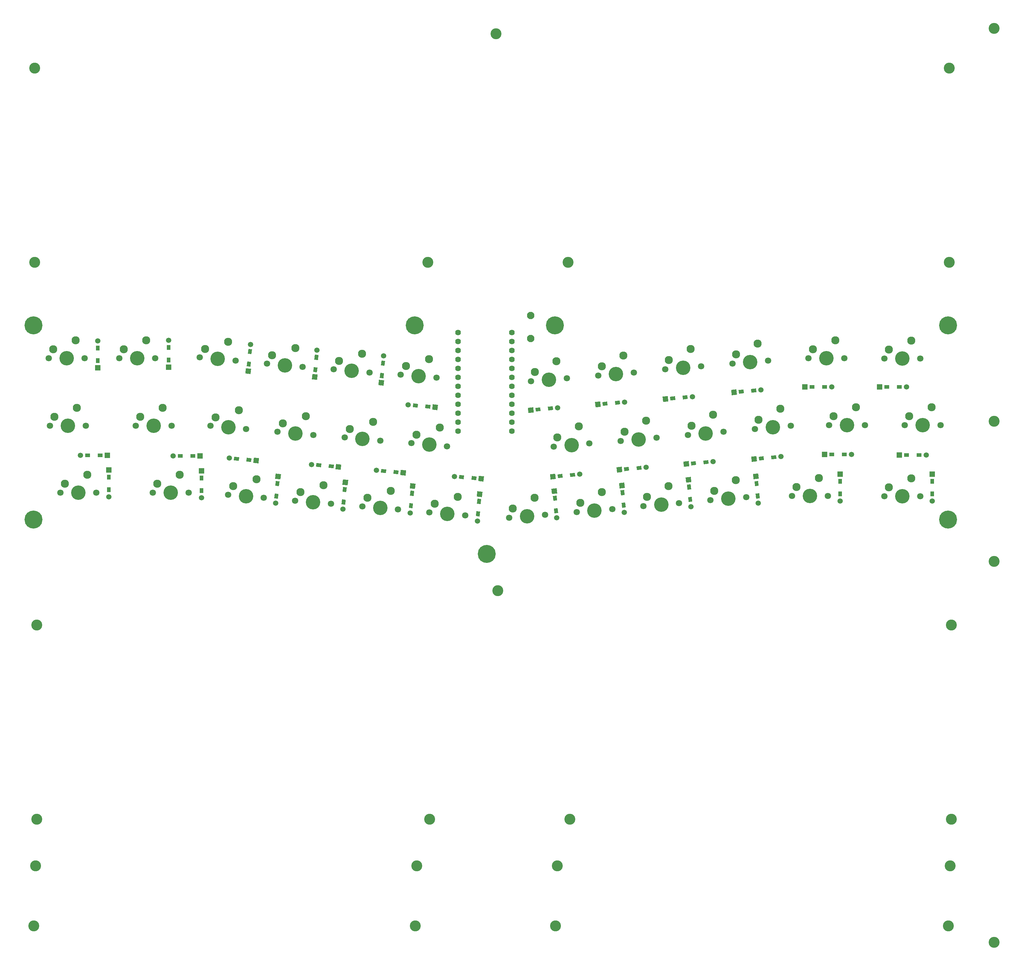
<source format=gts>
%TF.GenerationSoftware,KiCad,Pcbnew,(5.1.6-0-10_14)*%
%TF.CreationDate,2020-09-01T22:17:50+09:00*%
%TF.ProjectId,cool836,636f6f6c-3833-4362-9e6b-696361645f70,rev?*%
%TF.SameCoordinates,Original*%
%TF.FileFunction,Soldermask,Top*%
%TF.FilePolarity,Negative*%
%FSLAX46Y46*%
G04 Gerber Fmt 4.6, Leading zero omitted, Abs format (unit mm)*
G04 Created by KiCad (PCBNEW (5.1.6-0-10_14)) date 2020-09-01 22:17:50*
%MOMM*%
%LPD*%
G01*
G04 APERTURE LIST*
%ADD10C,3.100000*%
%ADD11C,5.100000*%
%ADD12C,1.624000*%
%ADD13C,1.800000*%
%ADD14C,4.100000*%
%ADD15C,2.300000*%
%ADD16R,1.050000X1.400000*%
%ADD17C,1.497000*%
%ADD18R,1.497000X1.497000*%
%ADD19C,0.100000*%
%ADD20R,1.400000X1.050000*%
%ADD21C,2.100000*%
G04 APERTURE END LIST*
D10*
%TO.C,REF\u002A\u002A*%
X198000000Y-81125000D03*
%TD*%
%TO.C,REF\u002A\u002A*%
X309275000Y-81125000D03*
%TD*%
%TO.C,REF\u002A\u002A*%
X158275000Y-81125000D03*
%TD*%
%TO.C,REF\u002A\u002A*%
X50275000Y-81125000D03*
%TD*%
%TO.C,REF\u002A\u002A*%
X322175000Y61950000D03*
%TD*%
%TO.C,REF\u002A\u002A*%
X322175000Y173225000D03*
%TD*%
%TO.C,REF\u002A\u002A*%
X322175000Y22225000D03*
%TD*%
%TO.C,REF\u002A\u002A*%
X322175000Y-85775000D03*
%TD*%
%TO.C,REF\u002A\u002A*%
X158725000Y-64100000D03*
%TD*%
%TO.C,REF\u002A\u002A*%
X50725000Y-64100000D03*
%TD*%
%TO.C,REF\u002A\u002A*%
X309725000Y-64100000D03*
%TD*%
%TO.C,REF\u002A\u002A*%
X198450000Y-64100000D03*
%TD*%
%TO.C,REF\u002A\u002A*%
X51050000Y4125000D03*
%TD*%
%TO.C,REF\u002A\u002A*%
X51050000Y-50875000D03*
%TD*%
%TO.C,REF\u002A\u002A*%
X202050000Y-50875000D03*
%TD*%
%TO.C,REF\u002A\u002A*%
X162325000Y-50875000D03*
%TD*%
%TO.C,REF\u002A\u002A*%
X181650000Y13885000D03*
%TD*%
%TO.C,REF\u002A\u002A*%
X310050000Y4125000D03*
%TD*%
%TO.C,REF\u002A\u002A*%
X310050000Y-50875000D03*
%TD*%
%TO.C,REF\u002A\u002A*%
X309525000Y106950000D03*
%TD*%
%TO.C,REF\u002A\u002A*%
X309525000Y161950000D03*
%TD*%
%TO.C,REF\u002A\u002A*%
X181125000Y171710000D03*
%TD*%
%TO.C,REF\u002A\u002A*%
X201525000Y106950000D03*
%TD*%
%TO.C,REF\u002A\u002A*%
X161800000Y106950000D03*
%TD*%
%TO.C,REF\u002A\u002A*%
X50525000Y106950000D03*
%TD*%
%TO.C,REF\u002A\u002A*%
X50525000Y161950000D03*
%TD*%
D11*
%TO.C,REF\u002A\u002A*%
X197850000Y89075000D03*
%TD*%
D12*
%TO.C,U1*%
X170413600Y87053000D03*
X170413600Y84513000D03*
X170413600Y81973000D03*
X170413600Y79433000D03*
X170413600Y76893000D03*
X170413600Y74353000D03*
X170413600Y71813000D03*
X170413600Y69273000D03*
X170413600Y66733000D03*
X170413600Y64193000D03*
X170413600Y61653000D03*
X170413600Y59113000D03*
X185633600Y59113000D03*
X185633600Y61653000D03*
X185633600Y64193000D03*
X185633600Y66733000D03*
X185633600Y69273000D03*
X185633600Y71813000D03*
X185633600Y74353000D03*
X185633600Y76893000D03*
X185633600Y79433000D03*
X185633600Y81973000D03*
X185633600Y84513000D03*
X185633600Y87053000D03*
%TD*%
D11*
%TO.C,REF\u002A\u002A*%
X178525000Y24325000D03*
%TD*%
%TO.C,REF\u002A\u002A*%
X50125000Y34075000D03*
%TD*%
%TO.C,REF\u002A\u002A*%
X50125000Y89075000D03*
%TD*%
%TO.C,REF\u002A\u002A*%
X158125000Y89075000D03*
%TD*%
%TO.C,REF\u002A\u002A*%
X309125000Y34075000D03*
%TD*%
%TO.C,REF\u002A\u002A*%
X309125000Y89075000D03*
%TD*%
D13*
%TO.C,SW1*%
X64605000Y79775000D03*
X54445000Y79775000D03*
D14*
X59525000Y79775000D03*
D15*
X55715000Y82315000D03*
X62065000Y84855000D03*
%TD*%
%TO.C,SW7*%
X62465000Y65755000D03*
X56115000Y63215000D03*
D14*
X59925000Y60675000D03*
D13*
X54845000Y60675000D03*
X65005000Y60675000D03*
%TD*%
D16*
%TO.C,D1*%
X68325000Y82675000D03*
D17*
X68325000Y84710000D03*
D18*
X68325000Y77090000D03*
D16*
X68325000Y79125000D03*
%TD*%
%TO.C,D2*%
X88400000Y82825000D03*
D17*
X88400000Y84860000D03*
D18*
X88400000Y77240000D03*
D16*
X88400000Y79275000D03*
%TD*%
D19*
%TO.C,D3*%
G36*
X111916694Y80925153D02*
G01*
X110870690Y81016666D01*
X110992708Y82411339D01*
X112038712Y82319826D01*
X111916694Y80925153D01*
G37*
D17*
X111632063Y83695502D03*
D19*
G36*
X111648353Y75293610D02*
G01*
X110157049Y75424082D01*
X110287521Y76915386D01*
X111778825Y76784914D01*
X111648353Y75293610D01*
G37*
G36*
X111607292Y77388661D02*
G01*
X110561288Y77480174D01*
X110683306Y78874847D01*
X111729310Y78783334D01*
X111607292Y77388661D01*
G37*
%TD*%
%TO.C,D4*%
G36*
X130741694Y79300153D02*
G01*
X129695690Y79391666D01*
X129817708Y80786339D01*
X130863712Y80694826D01*
X130741694Y79300153D01*
G37*
D17*
X130457063Y82070502D03*
D19*
G36*
X130473353Y73668610D02*
G01*
X128982049Y73799082D01*
X129112521Y75290386D01*
X130603825Y75159914D01*
X130473353Y73668610D01*
G37*
G36*
X130432292Y75763661D02*
G01*
X129386288Y75855174D01*
X129508306Y77249847D01*
X130554310Y77158334D01*
X130432292Y75763661D01*
G37*
%TD*%
%TO.C,D5*%
G36*
X149591694Y77650153D02*
G01*
X148545690Y77741666D01*
X148667708Y79136339D01*
X149713712Y79044826D01*
X149591694Y77650153D01*
G37*
D17*
X149307063Y80420502D03*
D19*
G36*
X149323353Y72018610D02*
G01*
X147832049Y72149082D01*
X147962521Y73640386D01*
X149453825Y73509914D01*
X149323353Y72018610D01*
G37*
G36*
X149282292Y74113661D02*
G01*
X148236288Y74205174D01*
X148358306Y75599847D01*
X149404310Y75508334D01*
X149282292Y74113661D01*
G37*
%TD*%
%TO.C,D6*%
G36*
X159049847Y66841694D02*
G01*
X158958334Y65795690D01*
X157563661Y65917708D01*
X157655174Y66963712D01*
X159049847Y66841694D01*
G37*
D17*
X156279498Y66557063D03*
D19*
G36*
X164681390Y66573353D02*
G01*
X164550918Y65082049D01*
X163059614Y65212521D01*
X163190086Y66703825D01*
X164681390Y66573353D01*
G37*
G36*
X162586339Y66532292D02*
G01*
X162494826Y65486288D01*
X161100153Y65608306D01*
X161191666Y66654310D01*
X162586339Y66532292D01*
G37*
%TD*%
D20*
%TO.C,D7*%
X69000000Y52275000D03*
D18*
X71035000Y52275000D03*
D17*
X63415000Y52275000D03*
D20*
X65450000Y52275000D03*
%TD*%
%TO.C,D8*%
X95275000Y52100000D03*
D18*
X97310000Y52100000D03*
D17*
X89690000Y52100000D03*
D20*
X91725000Y52100000D03*
%TD*%
D19*
%TO.C,D9*%
G36*
X111911339Y51432292D02*
G01*
X111819826Y50386288D01*
X110425153Y50508306D01*
X110516666Y51554310D01*
X111911339Y51432292D01*
G37*
G36*
X114006390Y51473353D02*
G01*
X113875918Y49982049D01*
X112384614Y50112521D01*
X112515086Y51603825D01*
X114006390Y51473353D01*
G37*
D17*
X105604498Y51457063D03*
D19*
G36*
X108374847Y51741694D02*
G01*
X108283334Y50695690D01*
X106888661Y50817708D01*
X106980174Y51863712D01*
X108374847Y51741694D01*
G37*
%TD*%
%TO.C,D10*%
G36*
X135211339Y49632292D02*
G01*
X135119826Y48586288D01*
X133725153Y48708306D01*
X133816666Y49754310D01*
X135211339Y49632292D01*
G37*
G36*
X137306390Y49673353D02*
G01*
X137175918Y48182049D01*
X135684614Y48312521D01*
X135815086Y49803825D01*
X137306390Y49673353D01*
G37*
D17*
X128904498Y49657063D03*
D19*
G36*
X131674847Y49941694D02*
G01*
X131583334Y48895690D01*
X130188661Y49017708D01*
X130280174Y50063712D01*
X131674847Y49941694D01*
G37*
%TD*%
%TO.C,D11*%
G36*
X153561339Y47957292D02*
G01*
X153469826Y46911288D01*
X152075153Y47033306D01*
X152166666Y48079310D01*
X153561339Y47957292D01*
G37*
G36*
X155656390Y47998353D02*
G01*
X155525918Y46507049D01*
X154034614Y46637521D01*
X154165086Y48128825D01*
X155656390Y47998353D01*
G37*
D17*
X147254498Y47982063D03*
D19*
G36*
X150024847Y48266694D02*
G01*
X149933334Y47220690D01*
X148538661Y47342708D01*
X148630174Y48388712D01*
X150024847Y48266694D01*
G37*
%TD*%
%TO.C,D12*%
G36*
X172099847Y46566694D02*
G01*
X172008334Y45520690D01*
X170613661Y45642708D01*
X170705174Y46688712D01*
X172099847Y46566694D01*
G37*
D17*
X169329498Y46282063D03*
D19*
G36*
X177731390Y46298353D02*
G01*
X177600918Y44807049D01*
X176109614Y44937521D01*
X176240086Y46428825D01*
X177731390Y46298353D01*
G37*
G36*
X175636339Y46257292D02*
G01*
X175544826Y45211288D01*
X174150153Y45333306D01*
X174241666Y46379310D01*
X175636339Y46257292D01*
G37*
%TD*%
D16*
%TO.C,D13*%
X71450000Y42550000D03*
D17*
X71450000Y40515000D03*
D18*
X71450000Y48135000D03*
D16*
X71450000Y46100000D03*
%TD*%
%TO.C,D14*%
X97700000Y42250000D03*
D17*
X97700000Y40215000D03*
D18*
X97700000Y47835000D03*
D16*
X97700000Y45800000D03*
%TD*%
D19*
%TO.C,D15*%
G36*
X118458306Y41449847D02*
G01*
X119504310Y41358334D01*
X119382292Y39963661D01*
X118336288Y40055174D01*
X118458306Y41449847D01*
G37*
D17*
X118742937Y38679498D03*
D19*
G36*
X118726647Y47081390D02*
G01*
X120217951Y46950918D01*
X120087479Y45459614D01*
X118596175Y45590086D01*
X118726647Y47081390D01*
G37*
G36*
X118767708Y44986339D02*
G01*
X119813712Y44894826D01*
X119691694Y43500153D01*
X118645690Y43591666D01*
X118767708Y44986339D01*
G37*
%TD*%
%TO.C,D16*%
G36*
X137508306Y39774847D02*
G01*
X138554310Y39683334D01*
X138432292Y38288661D01*
X137386288Y38380174D01*
X137508306Y39774847D01*
G37*
D17*
X137792937Y37004498D03*
D19*
G36*
X137776647Y45406390D02*
G01*
X139267951Y45275918D01*
X139137479Y43784614D01*
X137646175Y43915086D01*
X137776647Y45406390D01*
G37*
G36*
X137817708Y43311339D02*
G01*
X138863712Y43219826D01*
X138741694Y41825153D01*
X137695690Y41916666D01*
X137817708Y43311339D01*
G37*
%TD*%
%TO.C,D17*%
G36*
X156583306Y38724847D02*
G01*
X157629310Y38633334D01*
X157507292Y37238661D01*
X156461288Y37330174D01*
X156583306Y38724847D01*
G37*
D17*
X156867937Y35954498D03*
D19*
G36*
X156851647Y44356390D02*
G01*
X158342951Y44225918D01*
X158212479Y42734614D01*
X156721175Y42865086D01*
X156851647Y44356390D01*
G37*
G36*
X156892708Y42261339D02*
G01*
X157938712Y42169826D01*
X157816694Y40775153D01*
X156770690Y40866666D01*
X156892708Y42261339D01*
G37*
%TD*%
%TO.C,D18*%
G36*
X175867708Y39961339D02*
G01*
X176913712Y39869826D01*
X176791694Y38475153D01*
X175745690Y38566666D01*
X175867708Y39961339D01*
G37*
G36*
X175826647Y42056390D02*
G01*
X177317951Y41925918D01*
X177187479Y40434614D01*
X175696175Y40565086D01*
X175826647Y42056390D01*
G37*
D17*
X175842937Y33654498D03*
D19*
G36*
X175558306Y36424847D02*
G01*
X176604310Y36333334D01*
X176482292Y34938661D01*
X175436288Y35030174D01*
X175558306Y36424847D01*
G37*
%TD*%
%TO.C,D19*%
G36*
X192373420Y64665989D02*
G01*
X192281907Y65711993D01*
X193676580Y65834011D01*
X193768093Y64788007D01*
X192373420Y64665989D01*
G37*
G36*
X190317328Y64261750D02*
G01*
X190186856Y65753054D01*
X191678160Y65883526D01*
X191808632Y64392222D01*
X190317328Y64261750D01*
G37*
D17*
X198588748Y65736764D03*
D19*
G36*
X195909912Y64975391D02*
G01*
X195818399Y66021395D01*
X197213072Y66143413D01*
X197304585Y65097409D01*
X195909912Y64975391D01*
G37*
%TD*%
%TO.C,D20*%
G36*
X211355174Y66286288D02*
G01*
X211263661Y67332292D01*
X212658334Y67454310D01*
X212749847Y66408306D01*
X211355174Y66286288D01*
G37*
G36*
X209299082Y65882049D02*
G01*
X209168610Y67373353D01*
X210659914Y67503825D01*
X210790386Y66012521D01*
X209299082Y65882049D01*
G37*
D17*
X217570502Y67357063D03*
D19*
G36*
X214891666Y66595690D02*
G01*
X214800153Y67641694D01*
X216194826Y67763712D01*
X216286339Y66717708D01*
X214891666Y66595690D01*
G37*
%TD*%
%TO.C,D21*%
G36*
X230505174Y67811288D02*
G01*
X230413661Y68857292D01*
X231808334Y68979310D01*
X231899847Y67933306D01*
X230505174Y67811288D01*
G37*
G36*
X228449082Y67407049D02*
G01*
X228318610Y68898353D01*
X229809914Y69028825D01*
X229940386Y67537521D01*
X228449082Y67407049D01*
G37*
D17*
X236720502Y68882063D03*
D19*
G36*
X234041666Y68120690D02*
G01*
X233950153Y69166694D01*
X235344826Y69288712D01*
X235436339Y68242708D01*
X234041666Y68120690D01*
G37*
%TD*%
%TO.C,D22*%
G36*
X249930174Y69711288D02*
G01*
X249838661Y70757292D01*
X251233334Y70879310D01*
X251324847Y69833306D01*
X249930174Y69711288D01*
G37*
G36*
X247874082Y69307049D02*
G01*
X247743610Y70798353D01*
X249234914Y70928825D01*
X249365386Y69437521D01*
X247874082Y69307049D01*
G37*
D17*
X256145502Y70782063D03*
D19*
G36*
X253466666Y70020690D02*
G01*
X253375153Y71066694D01*
X254769826Y71188712D01*
X254861339Y70142708D01*
X253466666Y70020690D01*
G37*
%TD*%
D20*
%TO.C,D23*%
X270650000Y71625000D03*
D18*
X268615000Y71625000D03*
D17*
X276235000Y71625000D03*
D20*
X274200000Y71625000D03*
%TD*%
%TO.C,D24*%
X295350000Y71625000D03*
D17*
X297385000Y71625000D03*
D18*
X289765000Y71625000D03*
D20*
X291800000Y71625000D03*
%TD*%
D19*
%TO.C,D25*%
G36*
X202166666Y46120690D02*
G01*
X202075153Y47166694D01*
X203469826Y47288712D01*
X203561339Y46242708D01*
X202166666Y46120690D01*
G37*
D17*
X204845502Y46882063D03*
D19*
G36*
X196574082Y45407049D02*
G01*
X196443610Y46898353D01*
X197934914Y47028825D01*
X198065386Y45537521D01*
X196574082Y45407049D01*
G37*
G36*
X198630174Y45811288D02*
G01*
X198538661Y46857292D01*
X199933334Y46979310D01*
X200024847Y45933306D01*
X198630174Y45811288D01*
G37*
%TD*%
%TO.C,D26*%
G36*
X220984912Y48100391D02*
G01*
X220893399Y49146395D01*
X222288072Y49268413D01*
X222379585Y48222409D01*
X220984912Y48100391D01*
G37*
D17*
X223663748Y48861764D03*
D19*
G36*
X215392328Y47386750D02*
G01*
X215261856Y48878054D01*
X216753160Y49008526D01*
X216883632Y47517222D01*
X215392328Y47386750D01*
G37*
G36*
X217448420Y47790989D02*
G01*
X217356907Y48836993D01*
X218751580Y48959011D01*
X218843093Y47913007D01*
X217448420Y47790989D01*
G37*
%TD*%
%TO.C,D27*%
G36*
X239934912Y49725391D02*
G01*
X239843399Y50771395D01*
X241238072Y50893413D01*
X241329585Y49847409D01*
X239934912Y49725391D01*
G37*
D17*
X242613748Y50486764D03*
D19*
G36*
X234342328Y49011750D02*
G01*
X234211856Y50503054D01*
X235703160Y50633526D01*
X235833632Y49142222D01*
X234342328Y49011750D01*
G37*
G36*
X236398420Y49415989D02*
G01*
X236306907Y50461993D01*
X237701580Y50584011D01*
X237793093Y49538007D01*
X236398420Y49415989D01*
G37*
%TD*%
%TO.C,D28*%
G36*
X259141666Y51120690D02*
G01*
X259050153Y52166694D01*
X260444826Y52288712D01*
X260536339Y51242708D01*
X259141666Y51120690D01*
G37*
D17*
X261820502Y51882063D03*
D19*
G36*
X253549082Y50407049D02*
G01*
X253418610Y51898353D01*
X254909914Y52028825D01*
X255040386Y50537521D01*
X253549082Y50407049D01*
G37*
G36*
X255605174Y50811288D02*
G01*
X255513661Y51857292D01*
X256908334Y51979310D01*
X256999847Y50933306D01*
X255605174Y50811288D01*
G37*
%TD*%
D20*
%TO.C,D29*%
X279750000Y52550000D03*
D17*
X281785000Y52550000D03*
D18*
X274165000Y52550000D03*
D20*
X276200000Y52550000D03*
%TD*%
%TO.C,D30*%
X297375000Y52325000D03*
D18*
X295340000Y52325000D03*
D17*
X302960000Y52325000D03*
D20*
X300925000Y52325000D03*
%TD*%
D19*
%TO.C,D31*%
G36*
X197236288Y40744826D02*
G01*
X198282292Y40836339D01*
X198404310Y39441666D01*
X197358306Y39350153D01*
X197236288Y40744826D01*
G37*
G36*
X196832049Y42800918D02*
G01*
X198323353Y42931390D01*
X198453825Y41440086D01*
X196962521Y41309614D01*
X196832049Y42800918D01*
G37*
D17*
X198307063Y34529498D03*
D19*
G36*
X197545690Y37208334D02*
G01*
X198591694Y37299847D01*
X198713712Y35905174D01*
X197667708Y35813661D01*
X197545690Y37208334D01*
G37*
%TD*%
%TO.C,D32*%
G36*
X216390989Y42326580D02*
G01*
X217436993Y42418093D01*
X217559011Y41023420D01*
X216513007Y40931907D01*
X216390989Y42326580D01*
G37*
G36*
X215986750Y44382672D02*
G01*
X217478054Y44513144D01*
X217608526Y43021840D01*
X216117222Y42891368D01*
X215986750Y44382672D01*
G37*
D17*
X217461764Y36111252D03*
D19*
G36*
X216700391Y38790088D02*
G01*
X217746395Y38881601D01*
X217868413Y37486928D01*
X216822409Y37395415D01*
X216700391Y38790088D01*
G37*
%TD*%
%TO.C,D33*%
G36*
X235236288Y43944826D02*
G01*
X236282292Y44036339D01*
X236404310Y42641666D01*
X235358306Y42550153D01*
X235236288Y43944826D01*
G37*
G36*
X234832049Y46000918D02*
G01*
X236323353Y46131390D01*
X236453825Y44640086D01*
X234962521Y44509614D01*
X234832049Y46000918D01*
G37*
D17*
X236307063Y37729498D03*
D19*
G36*
X235545690Y40408334D02*
G01*
X236591694Y40499847D01*
X236713712Y39105174D01*
X235667708Y39013661D01*
X235545690Y40408334D01*
G37*
%TD*%
%TO.C,D34*%
G36*
X254336288Y44919826D02*
G01*
X255382292Y45011339D01*
X255504310Y43616666D01*
X254458306Y43525153D01*
X254336288Y44919826D01*
G37*
G36*
X253932049Y46975918D02*
G01*
X255423353Y47106390D01*
X255553825Y45615086D01*
X254062521Y45484614D01*
X253932049Y46975918D01*
G37*
D17*
X255407063Y38704498D03*
D19*
G36*
X254645690Y41383334D02*
G01*
X255691694Y41474847D01*
X255813712Y40080174D01*
X254767708Y39988661D01*
X254645690Y41383334D01*
G37*
%TD*%
D16*
%TO.C,D35*%
X278575000Y44850000D03*
D18*
X278575000Y46885000D03*
D17*
X278575000Y39265000D03*
D16*
X278575000Y41300000D03*
%TD*%
%TO.C,D36*%
X304700000Y44850000D03*
D18*
X304700000Y46885000D03*
D17*
X304700000Y39265000D03*
D16*
X304700000Y41300000D03*
%TD*%
D13*
%TO.C,SW2*%
X84605000Y79775000D03*
X74445000Y79775000D03*
D14*
X79525000Y79775000D03*
D15*
X75715000Y82315000D03*
X82065000Y84855000D03*
%TD*%
D13*
%TO.C,SW3*%
X107385669Y79132249D03*
X97264331Y80017751D03*
D14*
X102325000Y79575000D03*
D15*
X98750874Y82437398D03*
X105298086Y84414293D03*
%TD*%
D13*
%TO.C,SW4*%
X126385669Y77332249D03*
X116264331Y78217751D03*
D14*
X121325000Y77775000D03*
D15*
X117750874Y80637398D03*
X124298086Y82614293D03*
%TD*%
D13*
%TO.C,SW5*%
X145285669Y75732249D03*
X135164331Y76617751D03*
D14*
X140225000Y76175000D03*
D15*
X136650874Y79037398D03*
X143198086Y81014293D03*
%TD*%
D13*
%TO.C,SW6*%
X164285669Y74232249D03*
X154164331Y75117751D03*
D14*
X159225000Y74675000D03*
D15*
X155650874Y77537398D03*
X162198086Y79514293D03*
%TD*%
%TO.C,SW8*%
X86765000Y65755000D03*
X80415000Y63215000D03*
D14*
X84225000Y60675000D03*
D13*
X79145000Y60675000D03*
X89305000Y60675000D03*
%TD*%
D15*
%TO.C,SW9*%
X108298086Y65014293D03*
X101750874Y63037398D03*
D14*
X105325000Y60175000D03*
D13*
X100264331Y60617751D03*
X110385669Y59732249D03*
%TD*%
D15*
%TO.C,SW10*%
X127298086Y63314293D03*
X120750874Y61337398D03*
D14*
X124325000Y58475000D03*
D13*
X119264331Y58917751D03*
X129385669Y58032249D03*
%TD*%
D15*
%TO.C,SW11*%
X146298086Y61714293D03*
X139750874Y59737398D03*
D14*
X143325000Y56875000D03*
D13*
X138264331Y57317751D03*
X148385669Y56432249D03*
%TD*%
D15*
%TO.C,SW12*%
X165198086Y60114293D03*
X158650874Y58137398D03*
D14*
X162225000Y55275000D03*
D13*
X157164331Y55717751D03*
X167285669Y54832249D03*
%TD*%
%TO.C,SW13*%
X67905000Y41675000D03*
X57745000Y41675000D03*
D14*
X62825000Y41675000D03*
D15*
X59015000Y44215000D03*
X65365000Y46755000D03*
%TD*%
D13*
%TO.C,SW14*%
X94105000Y41675000D03*
X83945000Y41675000D03*
D14*
X89025000Y41675000D03*
D15*
X85215000Y44215000D03*
X91565000Y46755000D03*
%TD*%
D13*
%TO.C,SW15*%
X115385669Y40232249D03*
X105264331Y41117751D03*
D14*
X110325000Y40675000D03*
D15*
X106750874Y43537398D03*
X113298086Y45514293D03*
%TD*%
D13*
%TO.C,SW16*%
X134385669Y38532249D03*
X124264331Y39417751D03*
D14*
X129325000Y38975000D03*
D15*
X125750874Y41837398D03*
X132298086Y43814293D03*
%TD*%
D13*
%TO.C,SW17*%
X153385669Y36932249D03*
X143264331Y37817751D03*
D14*
X148325000Y37375000D03*
D15*
X144750874Y40237398D03*
X151298086Y42214293D03*
%TD*%
D13*
%TO.C,SW18*%
X172385669Y35232249D03*
X162264331Y36117751D03*
D14*
X167325000Y35675000D03*
D15*
X163750874Y38537398D03*
X170298086Y40514293D03*
%TD*%
%TO.C,SW19*%
X198212583Y78957045D03*
X192108123Y75873271D03*
D14*
X196125000Y73675000D03*
D13*
X191064331Y73232249D03*
X201185669Y74117751D03*
%TD*%
D15*
%TO.C,SW20*%
X217212583Y80557045D03*
X211108123Y77473271D03*
D14*
X215125000Y75275000D03*
D13*
X210064331Y74832249D03*
X220185669Y75717751D03*
%TD*%
D15*
%TO.C,SW21*%
X236212583Y82357045D03*
X230108123Y79273271D03*
D14*
X234125000Y77075000D03*
D13*
X229064331Y76632249D03*
X239185669Y77517751D03*
%TD*%
D15*
%TO.C,SW22*%
X255212583Y83957045D03*
X249108123Y80873271D03*
D14*
X253125000Y78675000D03*
D13*
X248064331Y78232249D03*
X258185669Y79117751D03*
%TD*%
D15*
%TO.C,SW23*%
X277265000Y84855000D03*
X270915000Y82315000D03*
D14*
X274725000Y79775000D03*
D13*
X269645000Y79775000D03*
X279805000Y79775000D03*
%TD*%
D15*
%TO.C,SW24*%
X298765000Y84755000D03*
X292415000Y82215000D03*
D14*
X296225000Y79675000D03*
D13*
X291145000Y79675000D03*
X301305000Y79675000D03*
%TD*%
%TO.C,SW25*%
X207585669Y55617751D03*
X197464331Y54732249D03*
D14*
X202525000Y55175000D03*
D15*
X198508123Y57373271D03*
X204612583Y60457045D03*
%TD*%
D13*
%TO.C,SW26*%
X226585669Y57217751D03*
X216464331Y56332249D03*
D14*
X221525000Y56775000D03*
D15*
X217508123Y58973271D03*
X223612583Y62057045D03*
%TD*%
D13*
%TO.C,SW27*%
X245585669Y58917751D03*
X235464331Y58032249D03*
D14*
X240525000Y58475000D03*
D15*
X236508123Y60673271D03*
X242612583Y63757045D03*
%TD*%
D13*
%TO.C,SW28*%
X264585669Y60617751D03*
X254464331Y59732249D03*
D14*
X259525000Y60175000D03*
D15*
X255508123Y62373271D03*
X261612583Y65457045D03*
%TD*%
D13*
%TO.C,SW29*%
X285605000Y60775000D03*
X275445000Y60775000D03*
D14*
X280525000Y60775000D03*
D15*
X276715000Y63315000D03*
X283065000Y65855000D03*
%TD*%
D13*
%TO.C,SW30*%
X307005000Y60775000D03*
X296845000Y60775000D03*
D14*
X301925000Y60775000D03*
D15*
X298115000Y63315000D03*
X304465000Y65855000D03*
%TD*%
%TO.C,SW31*%
X192012583Y40257045D03*
X185908123Y37173271D03*
D14*
X189925000Y34975000D03*
D13*
X184864331Y34532249D03*
X194985669Y35417751D03*
%TD*%
D15*
%TO.C,SW32*%
X211112583Y41857045D03*
X205008123Y38773271D03*
D14*
X209025000Y36575000D03*
D13*
X203964331Y36132249D03*
X214085669Y37017751D03*
%TD*%
D15*
%TO.C,SW33*%
X230012583Y43557045D03*
X223908123Y40473271D03*
D14*
X227925000Y38275000D03*
D13*
X222864331Y37832249D03*
X232985669Y38717751D03*
%TD*%
D15*
%TO.C,SW34*%
X249012583Y45257045D03*
X242908123Y42173271D03*
D14*
X246925000Y39975000D03*
D13*
X241864331Y39532249D03*
X251985669Y40417751D03*
%TD*%
D15*
%TO.C,SW35*%
X272565000Y45855000D03*
X266215000Y43315000D03*
D14*
X270025000Y40775000D03*
D13*
X264945000Y40775000D03*
X275105000Y40775000D03*
%TD*%
D15*
%TO.C,SW36*%
X298765000Y45755000D03*
X292415000Y43215000D03*
D14*
X296225000Y40675000D03*
D13*
X291145000Y40675000D03*
X301305000Y40675000D03*
%TD*%
D21*
%TO.C,SW37*%
X190950000Y85350000D03*
X190950000Y91850000D03*
%TD*%
M02*

</source>
